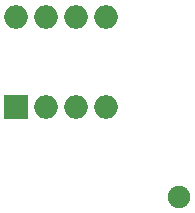
<source format=gbr>
%TF.GenerationSoftware,KiCad,Pcbnew,4.0.6*%
%TF.CreationDate,2017-07-29T18:57:00+02:00*%
%TF.ProjectId,ChipS,43686970532E6B696361645F70636200,rev?*%
%TF.FileFunction,Soldermask,Bot*%
%FSLAX46Y46*%
G04 Gerber Fmt 4.6, Leading zero omitted, Abs format (unit mm)*
G04 Created by KiCad (PCBNEW 4.0.6) date 07/29/17 18:57:00*
%MOMM*%
%LPD*%
G01*
G04 APERTURE LIST*
%ADD10C,0.100000*%
%ADD11C,1.900000*%
%ADD12R,2.000000X2.000000*%
%ADD13O,2.000000X2.000000*%
G04 APERTURE END LIST*
D10*
D11*
X103500000Y-80000000D03*
D12*
X89716000Y-72392200D03*
D13*
X97336000Y-64772200D03*
X92256000Y-72392200D03*
X94796000Y-64772200D03*
X94796000Y-72392200D03*
X92256000Y-64772200D03*
X97336000Y-72392200D03*
X89716000Y-64772200D03*
M02*

</source>
